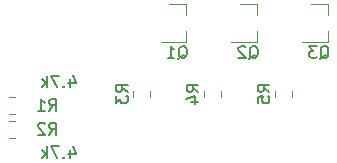
<source format=gbr>
G04 #@! TF.GenerationSoftware,KiCad,Pcbnew,5.1.5+dfsg1-2build2*
G04 #@! TF.CreationDate,2020-10-24T15:12:09+02:00*
G04 #@! TF.ProjectId,sensorbox,73656e73-6f72-4626-9f78-2e6b69636164,rev?*
G04 #@! TF.SameCoordinates,Original*
G04 #@! TF.FileFunction,Legend,Bot*
G04 #@! TF.FilePolarity,Positive*
%FSLAX46Y46*%
G04 Gerber Fmt 4.6, Leading zero omitted, Abs format (unit mm)*
G04 Created by KiCad (PCBNEW 5.1.5+dfsg1-2build2) date 2020-10-24 15:12:09*
%MOMM*%
%LPD*%
G04 APERTURE LIST*
%ADD10C,0.120000*%
%ADD11C,0.150000*%
G04 APERTURE END LIST*
D10*
X35710000Y-74741422D02*
X35710000Y-75258578D01*
X34290000Y-74741422D02*
X34290000Y-75258578D01*
X29710000Y-74741422D02*
X29710000Y-75258578D01*
X28290000Y-74741422D02*
X28290000Y-75258578D01*
X44760000Y-67420000D02*
X43300000Y-67420000D01*
X44760000Y-70580000D02*
X42600000Y-70580000D01*
X44760000Y-70580000D02*
X44760000Y-69650000D01*
X44760000Y-67420000D02*
X44760000Y-68350000D01*
X38760000Y-67420000D02*
X37300000Y-67420000D01*
X38760000Y-70580000D02*
X36600000Y-70580000D01*
X38760000Y-70580000D02*
X38760000Y-69650000D01*
X38760000Y-67420000D02*
X38760000Y-68350000D01*
X41710000Y-74741422D02*
X41710000Y-75258578D01*
X40290000Y-74741422D02*
X40290000Y-75258578D01*
X18258578Y-78710000D02*
X17741422Y-78710000D01*
X18258578Y-77290000D02*
X17741422Y-77290000D01*
X18258578Y-76710000D02*
X17741422Y-76710000D01*
X18258578Y-75290000D02*
X17741422Y-75290000D01*
X32760000Y-67420000D02*
X31300000Y-67420000D01*
X32760000Y-70580000D02*
X30600000Y-70580000D01*
X32760000Y-70580000D02*
X32760000Y-69650000D01*
X32760000Y-67420000D02*
X32760000Y-68350000D01*
D11*
X33802380Y-74833333D02*
X33326190Y-74500000D01*
X33802380Y-74261904D02*
X32802380Y-74261904D01*
X32802380Y-74642857D01*
X32850000Y-74738095D01*
X32897619Y-74785714D01*
X32992857Y-74833333D01*
X33135714Y-74833333D01*
X33230952Y-74785714D01*
X33278571Y-74738095D01*
X33326190Y-74642857D01*
X33326190Y-74261904D01*
X33135714Y-75690476D02*
X33802380Y-75690476D01*
X32754761Y-75452380D02*
X33469047Y-75214285D01*
X33469047Y-75833333D01*
X27802380Y-74833333D02*
X27326190Y-74500000D01*
X27802380Y-74261904D02*
X26802380Y-74261904D01*
X26802380Y-74642857D01*
X26850000Y-74738095D01*
X26897619Y-74785714D01*
X26992857Y-74833333D01*
X27135714Y-74833333D01*
X27230952Y-74785714D01*
X27278571Y-74738095D01*
X27326190Y-74642857D01*
X27326190Y-74261904D01*
X26802380Y-75166666D02*
X26802380Y-75785714D01*
X27183333Y-75452380D01*
X27183333Y-75595238D01*
X27230952Y-75690476D01*
X27278571Y-75738095D01*
X27373809Y-75785714D01*
X27611904Y-75785714D01*
X27707142Y-75738095D01*
X27754761Y-75690476D01*
X27802380Y-75595238D01*
X27802380Y-75309523D01*
X27754761Y-75214285D01*
X27707142Y-75166666D01*
X44095238Y-72047619D02*
X44190476Y-72000000D01*
X44285714Y-71904761D01*
X44428571Y-71761904D01*
X44523809Y-71714285D01*
X44619047Y-71714285D01*
X44571428Y-71952380D02*
X44666666Y-71904761D01*
X44761904Y-71809523D01*
X44809523Y-71619047D01*
X44809523Y-71285714D01*
X44761904Y-71095238D01*
X44666666Y-71000000D01*
X44571428Y-70952380D01*
X44380952Y-70952380D01*
X44285714Y-71000000D01*
X44190476Y-71095238D01*
X44142857Y-71285714D01*
X44142857Y-71619047D01*
X44190476Y-71809523D01*
X44285714Y-71904761D01*
X44380952Y-71952380D01*
X44571428Y-71952380D01*
X43809523Y-70952380D02*
X43190476Y-70952380D01*
X43523809Y-71333333D01*
X43380952Y-71333333D01*
X43285714Y-71380952D01*
X43238095Y-71428571D01*
X43190476Y-71523809D01*
X43190476Y-71761904D01*
X43238095Y-71857142D01*
X43285714Y-71904761D01*
X43380952Y-71952380D01*
X43666666Y-71952380D01*
X43761904Y-71904761D01*
X43809523Y-71857142D01*
X38095238Y-72047619D02*
X38190476Y-72000000D01*
X38285714Y-71904761D01*
X38428571Y-71761904D01*
X38523809Y-71714285D01*
X38619047Y-71714285D01*
X38571428Y-71952380D02*
X38666666Y-71904761D01*
X38761904Y-71809523D01*
X38809523Y-71619047D01*
X38809523Y-71285714D01*
X38761904Y-71095238D01*
X38666666Y-71000000D01*
X38571428Y-70952380D01*
X38380952Y-70952380D01*
X38285714Y-71000000D01*
X38190476Y-71095238D01*
X38142857Y-71285714D01*
X38142857Y-71619047D01*
X38190476Y-71809523D01*
X38285714Y-71904761D01*
X38380952Y-71952380D01*
X38571428Y-71952380D01*
X37761904Y-71047619D02*
X37714285Y-71000000D01*
X37619047Y-70952380D01*
X37380952Y-70952380D01*
X37285714Y-71000000D01*
X37238095Y-71047619D01*
X37190476Y-71142857D01*
X37190476Y-71238095D01*
X37238095Y-71380952D01*
X37809523Y-71952380D01*
X37190476Y-71952380D01*
X39802380Y-74833333D02*
X39326190Y-74500000D01*
X39802380Y-74261904D02*
X38802380Y-74261904D01*
X38802380Y-74642857D01*
X38850000Y-74738095D01*
X38897619Y-74785714D01*
X38992857Y-74833333D01*
X39135714Y-74833333D01*
X39230952Y-74785714D01*
X39278571Y-74738095D01*
X39326190Y-74642857D01*
X39326190Y-74261904D01*
X38802380Y-75738095D02*
X38802380Y-75261904D01*
X39278571Y-75214285D01*
X39230952Y-75261904D01*
X39183333Y-75357142D01*
X39183333Y-75595238D01*
X39230952Y-75690476D01*
X39278571Y-75738095D01*
X39373809Y-75785714D01*
X39611904Y-75785714D01*
X39707142Y-75738095D01*
X39754761Y-75690476D01*
X39802380Y-75595238D01*
X39802380Y-75357142D01*
X39754761Y-75261904D01*
X39707142Y-75214285D01*
X21166666Y-78452380D02*
X21500000Y-77976190D01*
X21738095Y-78452380D02*
X21738095Y-77452380D01*
X21357142Y-77452380D01*
X21261904Y-77500000D01*
X21214285Y-77547619D01*
X21166666Y-77642857D01*
X21166666Y-77785714D01*
X21214285Y-77880952D01*
X21261904Y-77928571D01*
X21357142Y-77976190D01*
X21738095Y-77976190D01*
X20785714Y-77547619D02*
X20738095Y-77500000D01*
X20642857Y-77452380D01*
X20404761Y-77452380D01*
X20309523Y-77500000D01*
X20261904Y-77547619D01*
X20214285Y-77642857D01*
X20214285Y-77738095D01*
X20261904Y-77880952D01*
X20833333Y-78452380D01*
X20214285Y-78452380D01*
X22928571Y-79785714D02*
X22928571Y-80452380D01*
X23166666Y-79404761D02*
X23404761Y-80119047D01*
X22785714Y-80119047D01*
X22404761Y-80357142D02*
X22357142Y-80404761D01*
X22404761Y-80452380D01*
X22452380Y-80404761D01*
X22404761Y-80357142D01*
X22404761Y-80452380D01*
X22023809Y-79452380D02*
X21357142Y-79452380D01*
X21785714Y-80452380D01*
X20976190Y-80452380D02*
X20976190Y-79452380D01*
X20880952Y-80071428D02*
X20595238Y-80452380D01*
X20595238Y-79785714D02*
X20976190Y-80166666D01*
X21166666Y-76452380D02*
X21500000Y-75976190D01*
X21738095Y-76452380D02*
X21738095Y-75452380D01*
X21357142Y-75452380D01*
X21261904Y-75500000D01*
X21214285Y-75547619D01*
X21166666Y-75642857D01*
X21166666Y-75785714D01*
X21214285Y-75880952D01*
X21261904Y-75928571D01*
X21357142Y-75976190D01*
X21738095Y-75976190D01*
X20214285Y-76452380D02*
X20785714Y-76452380D01*
X20500000Y-76452380D02*
X20500000Y-75452380D01*
X20595238Y-75595238D01*
X20690476Y-75690476D01*
X20785714Y-75738095D01*
X22928571Y-73785714D02*
X22928571Y-74452380D01*
X23166666Y-73404761D02*
X23404761Y-74119047D01*
X22785714Y-74119047D01*
X22404761Y-74357142D02*
X22357142Y-74404761D01*
X22404761Y-74452380D01*
X22452380Y-74404761D01*
X22404761Y-74357142D01*
X22404761Y-74452380D01*
X22023809Y-73452380D02*
X21357142Y-73452380D01*
X21785714Y-74452380D01*
X20976190Y-74452380D02*
X20976190Y-73452380D01*
X20880952Y-74071428D02*
X20595238Y-74452380D01*
X20595238Y-73785714D02*
X20976190Y-74166666D01*
X32095238Y-72047619D02*
X32190476Y-72000000D01*
X32285714Y-71904761D01*
X32428571Y-71761904D01*
X32523809Y-71714285D01*
X32619047Y-71714285D01*
X32571428Y-71952380D02*
X32666666Y-71904761D01*
X32761904Y-71809523D01*
X32809523Y-71619047D01*
X32809523Y-71285714D01*
X32761904Y-71095238D01*
X32666666Y-71000000D01*
X32571428Y-70952380D01*
X32380952Y-70952380D01*
X32285714Y-71000000D01*
X32190476Y-71095238D01*
X32142857Y-71285714D01*
X32142857Y-71619047D01*
X32190476Y-71809523D01*
X32285714Y-71904761D01*
X32380952Y-71952380D01*
X32571428Y-71952380D01*
X31190476Y-71952380D02*
X31761904Y-71952380D01*
X31476190Y-71952380D02*
X31476190Y-70952380D01*
X31571428Y-71095238D01*
X31666666Y-71190476D01*
X31761904Y-71238095D01*
M02*

</source>
